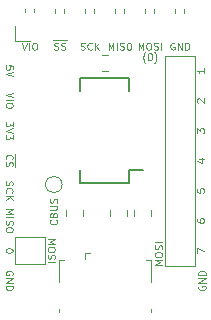
<source format=gbr>
G04 #@! TF.GenerationSoftware,KiCad,Pcbnew,(5.1.4)-1*
G04 #@! TF.CreationDate,2020-11-09T21:53:22-05:00*
G04 #@! TF.ProjectId,ft221x,66743232-3178-42e6-9b69-6361645f7063,2020-02*
G04 #@! TF.SameCoordinates,Original*
G04 #@! TF.FileFunction,Legend,Top*
G04 #@! TF.FilePolarity,Positive*
%FSLAX46Y46*%
G04 Gerber Fmt 4.6, Leading zero omitted, Abs format (unit mm)*
G04 Created by KiCad (PCBNEW (5.1.4)-1) date 2020-11-09 21:53:22*
%MOMM*%
%LPD*%
G04 APERTURE LIST*
%ADD10C,0.100000*%
%ADD11C,0.120000*%
%ADD12C,0.150000*%
%ADD13O,1.802000X1.802000*%
%ADD14R,1.802000X1.802000*%
%ADD15C,1.102000*%
%ADD16C,1.077000*%
%ADD17R,1.302000X0.502000*%
%ADD18R,1.302000X2.002000*%
%ADD19O,1.302000X2.002000*%
%ADD20R,1.602000X2.002000*%
%ADD21C,1.552000*%
%ADD22R,0.502000X1.452000*%
G04 APERTURE END LIST*
D10*
X35102857Y-29418000D02*
X35045714Y-29389428D01*
X34960000Y-29389428D01*
X34874285Y-29418000D01*
X34817142Y-29475142D01*
X34788571Y-29532285D01*
X34760000Y-29646571D01*
X34760000Y-29732285D01*
X34788571Y-29846571D01*
X34817142Y-29903714D01*
X34874285Y-29960857D01*
X34960000Y-29989428D01*
X35017142Y-29989428D01*
X35102857Y-29960857D01*
X35131428Y-29932285D01*
X35131428Y-29732285D01*
X35017142Y-29732285D01*
X35388571Y-29989428D02*
X35388571Y-29389428D01*
X35731428Y-29989428D01*
X35731428Y-29389428D01*
X36017142Y-29989428D02*
X36017142Y-29389428D01*
X36160000Y-29389428D01*
X36245714Y-29418000D01*
X36302857Y-29475142D01*
X36331428Y-29532285D01*
X36360000Y-29646571D01*
X36360000Y-29732285D01*
X36331428Y-29846571D01*
X36302857Y-29903714D01*
X36245714Y-29960857D01*
X36160000Y-29989428D01*
X36017142Y-29989428D01*
X32648571Y-31107000D02*
X32620000Y-31078428D01*
X32562857Y-30992714D01*
X32534285Y-30935571D01*
X32505714Y-30849857D01*
X32477142Y-30707000D01*
X32477142Y-30592714D01*
X32505714Y-30449857D01*
X32534285Y-30364142D01*
X32562857Y-30307000D01*
X32620000Y-30221285D01*
X32648571Y-30192714D01*
X32991428Y-30278428D02*
X33048571Y-30278428D01*
X33105714Y-30307000D01*
X33134285Y-30335571D01*
X33162857Y-30392714D01*
X33191428Y-30507000D01*
X33191428Y-30649857D01*
X33162857Y-30764142D01*
X33134285Y-30821285D01*
X33105714Y-30849857D01*
X33048571Y-30878428D01*
X32991428Y-30878428D01*
X32934285Y-30849857D01*
X32905714Y-30821285D01*
X32877142Y-30764142D01*
X32848571Y-30649857D01*
X32848571Y-30507000D01*
X32877142Y-30392714D01*
X32905714Y-30335571D01*
X32934285Y-30307000D01*
X32991428Y-30278428D01*
X33391428Y-31107000D02*
X33420000Y-31078428D01*
X33477142Y-30992714D01*
X33505714Y-30935571D01*
X33534285Y-30849857D01*
X33562857Y-30707000D01*
X33562857Y-30592714D01*
X33534285Y-30449857D01*
X33505714Y-30364142D01*
X33477142Y-30307000D01*
X33420000Y-30221285D01*
X33391428Y-30192714D01*
X21410571Y-46961428D02*
X21410571Y-47018571D01*
X21382000Y-47075714D01*
X21353428Y-47104285D01*
X21296285Y-47132857D01*
X21182000Y-47161428D01*
X21039142Y-47161428D01*
X20924857Y-47132857D01*
X20867714Y-47104285D01*
X20839142Y-47075714D01*
X20810571Y-47018571D01*
X20810571Y-46961428D01*
X20839142Y-46904285D01*
X20867714Y-46875714D01*
X20924857Y-46847142D01*
X21039142Y-46818571D01*
X21182000Y-46818571D01*
X21296285Y-46847142D01*
X21353428Y-46875714D01*
X21382000Y-46904285D01*
X21410571Y-46961428D01*
D11*
X21590000Y-48133000D02*
X21590000Y-45847000D01*
X24130000Y-48133000D02*
X21590000Y-48133000D01*
X24130000Y-45847000D02*
X24130000Y-48133000D01*
X21590000Y-45847000D02*
X24130000Y-45847000D01*
D10*
X32077142Y-29989428D02*
X32077142Y-29389428D01*
X32277142Y-29818000D01*
X32477142Y-29389428D01*
X32477142Y-29989428D01*
X32877142Y-29389428D02*
X32991428Y-29389428D01*
X33048571Y-29418000D01*
X33105714Y-29475142D01*
X33134285Y-29589428D01*
X33134285Y-29789428D01*
X33105714Y-29903714D01*
X33048571Y-29960857D01*
X32991428Y-29989428D01*
X32877142Y-29989428D01*
X32820000Y-29960857D01*
X32762857Y-29903714D01*
X32734285Y-29789428D01*
X32734285Y-29589428D01*
X32762857Y-29475142D01*
X32820000Y-29418000D01*
X32877142Y-29389428D01*
X33362857Y-29960857D02*
X33448571Y-29989428D01*
X33591428Y-29989428D01*
X33648571Y-29960857D01*
X33677142Y-29932285D01*
X33705714Y-29875142D01*
X33705714Y-29818000D01*
X33677142Y-29760857D01*
X33648571Y-29732285D01*
X33591428Y-29703714D01*
X33477142Y-29675142D01*
X33420000Y-29646571D01*
X33391428Y-29618000D01*
X33362857Y-29560857D01*
X33362857Y-29503714D01*
X33391428Y-29446571D01*
X33420000Y-29418000D01*
X33477142Y-29389428D01*
X33620000Y-29389428D01*
X33705714Y-29418000D01*
X33962857Y-29989428D02*
X33962857Y-29389428D01*
X29537142Y-29989428D02*
X29537142Y-29389428D01*
X29737142Y-29818000D01*
X29937142Y-29389428D01*
X29937142Y-29989428D01*
X30222857Y-29989428D02*
X30222857Y-29389428D01*
X30480000Y-29960857D02*
X30565714Y-29989428D01*
X30708571Y-29989428D01*
X30765714Y-29960857D01*
X30794285Y-29932285D01*
X30822857Y-29875142D01*
X30822857Y-29818000D01*
X30794285Y-29760857D01*
X30765714Y-29732285D01*
X30708571Y-29703714D01*
X30594285Y-29675142D01*
X30537142Y-29646571D01*
X30508571Y-29618000D01*
X30480000Y-29560857D01*
X30480000Y-29503714D01*
X30508571Y-29446571D01*
X30537142Y-29418000D01*
X30594285Y-29389428D01*
X30737142Y-29389428D01*
X30822857Y-29418000D01*
X31194285Y-29389428D02*
X31308571Y-29389428D01*
X31365714Y-29418000D01*
X31422857Y-29475142D01*
X31451428Y-29589428D01*
X31451428Y-29789428D01*
X31422857Y-29903714D01*
X31365714Y-29960857D01*
X31308571Y-29989428D01*
X31194285Y-29989428D01*
X31137142Y-29960857D01*
X31080000Y-29903714D01*
X31051428Y-29789428D01*
X31051428Y-29589428D01*
X31080000Y-29475142D01*
X31137142Y-29418000D01*
X31194285Y-29389428D01*
X27168571Y-29960857D02*
X27254285Y-29989428D01*
X27397142Y-29989428D01*
X27454285Y-29960857D01*
X27482857Y-29932285D01*
X27511428Y-29875142D01*
X27511428Y-29818000D01*
X27482857Y-29760857D01*
X27454285Y-29732285D01*
X27397142Y-29703714D01*
X27282857Y-29675142D01*
X27225714Y-29646571D01*
X27197142Y-29618000D01*
X27168571Y-29560857D01*
X27168571Y-29503714D01*
X27197142Y-29446571D01*
X27225714Y-29418000D01*
X27282857Y-29389428D01*
X27425714Y-29389428D01*
X27511428Y-29418000D01*
X28111428Y-29932285D02*
X28082857Y-29960857D01*
X27997142Y-29989428D01*
X27940000Y-29989428D01*
X27854285Y-29960857D01*
X27797142Y-29903714D01*
X27768571Y-29846571D01*
X27740000Y-29732285D01*
X27740000Y-29646571D01*
X27768571Y-29532285D01*
X27797142Y-29475142D01*
X27854285Y-29418000D01*
X27940000Y-29389428D01*
X27997142Y-29389428D01*
X28082857Y-29418000D01*
X28111428Y-29446571D01*
X28368571Y-29989428D02*
X28368571Y-29389428D01*
X28711428Y-29989428D02*
X28454285Y-29646571D01*
X28711428Y-29389428D02*
X28368571Y-29732285D01*
X24828571Y-29156000D02*
X25400000Y-29156000D01*
X24942857Y-29960857D02*
X25028571Y-29989428D01*
X25171428Y-29989428D01*
X25228571Y-29960857D01*
X25257142Y-29932285D01*
X25285714Y-29875142D01*
X25285714Y-29818000D01*
X25257142Y-29760857D01*
X25228571Y-29732285D01*
X25171428Y-29703714D01*
X25057142Y-29675142D01*
X25000000Y-29646571D01*
X24971428Y-29618000D01*
X24942857Y-29560857D01*
X24942857Y-29503714D01*
X24971428Y-29446571D01*
X25000000Y-29418000D01*
X25057142Y-29389428D01*
X25200000Y-29389428D01*
X25285714Y-29418000D01*
X25400000Y-29156000D02*
X25971428Y-29156000D01*
X25514285Y-29960857D02*
X25600000Y-29989428D01*
X25742857Y-29989428D01*
X25800000Y-29960857D01*
X25828571Y-29932285D01*
X25857142Y-29875142D01*
X25857142Y-29818000D01*
X25828571Y-29760857D01*
X25800000Y-29732285D01*
X25742857Y-29703714D01*
X25628571Y-29675142D01*
X25571428Y-29646571D01*
X25542857Y-29618000D01*
X25514285Y-29560857D01*
X25514285Y-29503714D01*
X25542857Y-29446571D01*
X25571428Y-29418000D01*
X25628571Y-29389428D01*
X25771428Y-29389428D01*
X25857142Y-29418000D01*
X22202857Y-29389428D02*
X22402857Y-29989428D01*
X22602857Y-29389428D01*
X22802857Y-29989428D02*
X22802857Y-29389428D01*
X23202857Y-29389428D02*
X23317142Y-29389428D01*
X23374285Y-29418000D01*
X23431428Y-29475142D01*
X23460000Y-29589428D01*
X23460000Y-29789428D01*
X23431428Y-29903714D01*
X23374285Y-29960857D01*
X23317142Y-29989428D01*
X23202857Y-29989428D01*
X23145714Y-29960857D01*
X23088571Y-29903714D01*
X23060000Y-29789428D01*
X23060000Y-29589428D01*
X23088571Y-29475142D01*
X23145714Y-29418000D01*
X23202857Y-29389428D01*
X37165000Y-49987142D02*
X37136428Y-50044285D01*
X37136428Y-50130000D01*
X37165000Y-50215714D01*
X37222142Y-50272857D01*
X37279285Y-50301428D01*
X37393571Y-50330000D01*
X37479285Y-50330000D01*
X37593571Y-50301428D01*
X37650714Y-50272857D01*
X37707857Y-50215714D01*
X37736428Y-50130000D01*
X37736428Y-50072857D01*
X37707857Y-49987142D01*
X37679285Y-49958571D01*
X37479285Y-49958571D01*
X37479285Y-50072857D01*
X37736428Y-49701428D02*
X37136428Y-49701428D01*
X37736428Y-49358571D01*
X37136428Y-49358571D01*
X37736428Y-49072857D02*
X37136428Y-49072857D01*
X37136428Y-48930000D01*
X37165000Y-48844285D01*
X37222142Y-48787142D01*
X37279285Y-48758571D01*
X37393571Y-48730000D01*
X37479285Y-48730000D01*
X37593571Y-48758571D01*
X37650714Y-48787142D01*
X37707857Y-48844285D01*
X37736428Y-48930000D01*
X37736428Y-49072857D01*
X21382000Y-49072857D02*
X21410571Y-49015714D01*
X21410571Y-48930000D01*
X21382000Y-48844285D01*
X21324857Y-48787142D01*
X21267714Y-48758571D01*
X21153428Y-48730000D01*
X21067714Y-48730000D01*
X20953428Y-48758571D01*
X20896285Y-48787142D01*
X20839142Y-48844285D01*
X20810571Y-48930000D01*
X20810571Y-48987142D01*
X20839142Y-49072857D01*
X20867714Y-49101428D01*
X21067714Y-49101428D01*
X21067714Y-48987142D01*
X20810571Y-49358571D02*
X21410571Y-49358571D01*
X20810571Y-49701428D01*
X21410571Y-49701428D01*
X20810571Y-49987142D02*
X21410571Y-49987142D01*
X21410571Y-50130000D01*
X21382000Y-50215714D01*
X21324857Y-50272857D01*
X21267714Y-50301428D01*
X21153428Y-50330000D01*
X21067714Y-50330000D01*
X20953428Y-50301428D01*
X20896285Y-50272857D01*
X20839142Y-50215714D01*
X20810571Y-50130000D01*
X20810571Y-49987142D01*
X20810571Y-43507142D02*
X21410571Y-43507142D01*
X20982000Y-43707142D01*
X21410571Y-43907142D01*
X20810571Y-43907142D01*
X20810571Y-44192857D02*
X21410571Y-44192857D01*
X20839142Y-44450000D02*
X20810571Y-44535714D01*
X20810571Y-44678571D01*
X20839142Y-44735714D01*
X20867714Y-44764285D01*
X20924857Y-44792857D01*
X20982000Y-44792857D01*
X21039142Y-44764285D01*
X21067714Y-44735714D01*
X21096285Y-44678571D01*
X21124857Y-44564285D01*
X21153428Y-44507142D01*
X21182000Y-44478571D01*
X21239142Y-44450000D01*
X21296285Y-44450000D01*
X21353428Y-44478571D01*
X21382000Y-44507142D01*
X21410571Y-44564285D01*
X21410571Y-44707142D01*
X21382000Y-44792857D01*
X21410571Y-45164285D02*
X21410571Y-45278571D01*
X21382000Y-45335714D01*
X21324857Y-45392857D01*
X21210571Y-45421428D01*
X21010571Y-45421428D01*
X20896285Y-45392857D01*
X20839142Y-45335714D01*
X20810571Y-45278571D01*
X20810571Y-45164285D01*
X20839142Y-45107142D01*
X20896285Y-45050000D01*
X21010571Y-45021428D01*
X21210571Y-45021428D01*
X21324857Y-45050000D01*
X21382000Y-45107142D01*
X21410571Y-45164285D01*
X20839142Y-41138571D02*
X20810571Y-41224285D01*
X20810571Y-41367142D01*
X20839142Y-41424285D01*
X20867714Y-41452857D01*
X20924857Y-41481428D01*
X20982000Y-41481428D01*
X21039142Y-41452857D01*
X21067714Y-41424285D01*
X21096285Y-41367142D01*
X21124857Y-41252857D01*
X21153428Y-41195714D01*
X21182000Y-41167142D01*
X21239142Y-41138571D01*
X21296285Y-41138571D01*
X21353428Y-41167142D01*
X21382000Y-41195714D01*
X21410571Y-41252857D01*
X21410571Y-41395714D01*
X21382000Y-41481428D01*
X20867714Y-42081428D02*
X20839142Y-42052857D01*
X20810571Y-41967142D01*
X20810571Y-41910000D01*
X20839142Y-41824285D01*
X20896285Y-41767142D01*
X20953428Y-41738571D01*
X21067714Y-41710000D01*
X21153428Y-41710000D01*
X21267714Y-41738571D01*
X21324857Y-41767142D01*
X21382000Y-41824285D01*
X21410571Y-41910000D01*
X21410571Y-41967142D01*
X21382000Y-42052857D01*
X21353428Y-42081428D01*
X20810571Y-42338571D02*
X21410571Y-42338571D01*
X20810571Y-42681428D02*
X21153428Y-42424285D01*
X21410571Y-42681428D02*
X21067714Y-42338571D01*
X21644000Y-38784285D02*
X21644000Y-39384285D01*
X20867714Y-39270000D02*
X20839142Y-39241428D01*
X20810571Y-39155714D01*
X20810571Y-39098571D01*
X20839142Y-39012857D01*
X20896285Y-38955714D01*
X20953428Y-38927142D01*
X21067714Y-38898571D01*
X21153428Y-38898571D01*
X21267714Y-38927142D01*
X21324857Y-38955714D01*
X21382000Y-39012857D01*
X21410571Y-39098571D01*
X21410571Y-39155714D01*
X21382000Y-39241428D01*
X21353428Y-39270000D01*
X21644000Y-39384285D02*
X21644000Y-39955714D01*
X20839142Y-39498571D02*
X20810571Y-39584285D01*
X20810571Y-39727142D01*
X20839142Y-39784285D01*
X20867714Y-39812857D01*
X20924857Y-39841428D01*
X20982000Y-39841428D01*
X21039142Y-39812857D01*
X21067714Y-39784285D01*
X21096285Y-39727142D01*
X21124857Y-39612857D01*
X21153428Y-39555714D01*
X21182000Y-39527142D01*
X21239142Y-39498571D01*
X21296285Y-39498571D01*
X21353428Y-39527142D01*
X21382000Y-39555714D01*
X21410571Y-39612857D01*
X21410571Y-39755714D01*
X21382000Y-39841428D01*
X21410571Y-36087142D02*
X21410571Y-36458571D01*
X21182000Y-36258571D01*
X21182000Y-36344285D01*
X21153428Y-36401428D01*
X21124857Y-36430000D01*
X21067714Y-36458571D01*
X20924857Y-36458571D01*
X20867714Y-36430000D01*
X20839142Y-36401428D01*
X20810571Y-36344285D01*
X20810571Y-36172857D01*
X20839142Y-36115714D01*
X20867714Y-36087142D01*
X21410571Y-36630000D02*
X20810571Y-36830000D01*
X21410571Y-37030000D01*
X21410571Y-37172857D02*
X21410571Y-37544285D01*
X21182000Y-37344285D01*
X21182000Y-37430000D01*
X21153428Y-37487142D01*
X21124857Y-37515714D01*
X21067714Y-37544285D01*
X20924857Y-37544285D01*
X20867714Y-37515714D01*
X20839142Y-37487142D01*
X20810571Y-37430000D01*
X20810571Y-37258571D01*
X20839142Y-37201428D01*
X20867714Y-37172857D01*
X21410571Y-33632857D02*
X20810571Y-33832857D01*
X21410571Y-34032857D01*
X20810571Y-34232857D02*
X21410571Y-34232857D01*
X21410571Y-34632857D02*
X21410571Y-34747142D01*
X21382000Y-34804285D01*
X21324857Y-34861428D01*
X21210571Y-34890000D01*
X21010571Y-34890000D01*
X20896285Y-34861428D01*
X20839142Y-34804285D01*
X20810571Y-34747142D01*
X20810571Y-34632857D01*
X20839142Y-34575714D01*
X20896285Y-34518571D01*
X21010571Y-34490000D01*
X21210571Y-34490000D01*
X21324857Y-34518571D01*
X21382000Y-34575714D01*
X21410571Y-34632857D01*
X24366571Y-46047142D02*
X24966571Y-46047142D01*
X24538000Y-46247142D01*
X24966571Y-46447142D01*
X24366571Y-46447142D01*
X24966571Y-46847142D02*
X24966571Y-46961428D01*
X24938000Y-47018571D01*
X24880857Y-47075714D01*
X24766571Y-47104285D01*
X24566571Y-47104285D01*
X24452285Y-47075714D01*
X24395142Y-47018571D01*
X24366571Y-46961428D01*
X24366571Y-46847142D01*
X24395142Y-46790000D01*
X24452285Y-46732857D01*
X24566571Y-46704285D01*
X24766571Y-46704285D01*
X24880857Y-46732857D01*
X24938000Y-46790000D01*
X24966571Y-46847142D01*
X24395142Y-47332857D02*
X24366571Y-47418571D01*
X24366571Y-47561428D01*
X24395142Y-47618571D01*
X24423714Y-47647142D01*
X24480857Y-47675714D01*
X24538000Y-47675714D01*
X24595142Y-47647142D01*
X24623714Y-47618571D01*
X24652285Y-47561428D01*
X24680857Y-47447142D01*
X24709428Y-47390000D01*
X24738000Y-47361428D01*
X24795142Y-47332857D01*
X24852285Y-47332857D01*
X24909428Y-47361428D01*
X24938000Y-47390000D01*
X24966571Y-47447142D01*
X24966571Y-47590000D01*
X24938000Y-47675714D01*
X24366571Y-47932857D02*
X24966571Y-47932857D01*
D11*
X34290000Y-30480000D02*
X34290000Y-48260000D01*
X36830000Y-30480000D02*
X34290000Y-30480000D01*
X36830000Y-48260000D02*
X36830000Y-30480000D01*
X34290000Y-48260000D02*
X36830000Y-48260000D01*
D10*
X37009428Y-47190000D02*
X37009428Y-46790000D01*
X37609428Y-47047142D01*
X37009428Y-44335714D02*
X37009428Y-44450000D01*
X37038000Y-44507142D01*
X37066571Y-44535714D01*
X37152285Y-44592857D01*
X37266571Y-44621428D01*
X37495142Y-44621428D01*
X37552285Y-44592857D01*
X37580857Y-44564285D01*
X37609428Y-44507142D01*
X37609428Y-44392857D01*
X37580857Y-44335714D01*
X37552285Y-44307142D01*
X37495142Y-44278571D01*
X37352285Y-44278571D01*
X37295142Y-44307142D01*
X37266571Y-44335714D01*
X37238000Y-44392857D01*
X37238000Y-44507142D01*
X37266571Y-44564285D01*
X37295142Y-44592857D01*
X37352285Y-44621428D01*
X37009428Y-41767142D02*
X37009428Y-42052857D01*
X37295142Y-42081428D01*
X37266571Y-42052857D01*
X37238000Y-41995714D01*
X37238000Y-41852857D01*
X37266571Y-41795714D01*
X37295142Y-41767142D01*
X37352285Y-41738571D01*
X37495142Y-41738571D01*
X37552285Y-41767142D01*
X37580857Y-41795714D01*
X37609428Y-41852857D01*
X37609428Y-41995714D01*
X37580857Y-42052857D01*
X37552285Y-42081428D01*
X37209428Y-39255714D02*
X37609428Y-39255714D01*
X36980857Y-39398571D02*
X37409428Y-39541428D01*
X37409428Y-39170000D01*
X37009428Y-37030000D02*
X37009428Y-36658571D01*
X37238000Y-36858571D01*
X37238000Y-36772857D01*
X37266571Y-36715714D01*
X37295142Y-36687142D01*
X37352285Y-36658571D01*
X37495142Y-36658571D01*
X37552285Y-36687142D01*
X37580857Y-36715714D01*
X37609428Y-36772857D01*
X37609428Y-36944285D01*
X37580857Y-37001428D01*
X37552285Y-37030000D01*
X37066571Y-34461428D02*
X37038000Y-34432857D01*
X37009428Y-34375714D01*
X37009428Y-34232857D01*
X37038000Y-34175714D01*
X37066571Y-34147142D01*
X37123714Y-34118571D01*
X37180857Y-34118571D01*
X37266571Y-34147142D01*
X37609428Y-34490000D01*
X37609428Y-34118571D01*
X37609428Y-31578571D02*
X37609428Y-31921428D01*
X37609428Y-31750000D02*
X37009428Y-31750000D01*
X37095142Y-31807142D01*
X37152285Y-31864285D01*
X37180857Y-31921428D01*
X21410571Y-31635714D02*
X21410571Y-31350000D01*
X21124857Y-31321428D01*
X21153428Y-31350000D01*
X21182000Y-31407142D01*
X21182000Y-31550000D01*
X21153428Y-31607142D01*
X21124857Y-31635714D01*
X21067714Y-31664285D01*
X20924857Y-31664285D01*
X20867714Y-31635714D01*
X20839142Y-31607142D01*
X20810571Y-31550000D01*
X20810571Y-31407142D01*
X20839142Y-31350000D01*
X20867714Y-31321428D01*
X21410571Y-31835714D02*
X20810571Y-32035714D01*
X21410571Y-32235714D01*
X34053428Y-48186857D02*
X33453428Y-48186857D01*
X33882000Y-47986857D01*
X33453428Y-47786857D01*
X34053428Y-47786857D01*
X33453428Y-47386857D02*
X33453428Y-47272571D01*
X33482000Y-47215428D01*
X33539142Y-47158285D01*
X33653428Y-47129714D01*
X33853428Y-47129714D01*
X33967714Y-47158285D01*
X34024857Y-47215428D01*
X34053428Y-47272571D01*
X34053428Y-47386857D01*
X34024857Y-47444000D01*
X33967714Y-47501142D01*
X33853428Y-47529714D01*
X33653428Y-47529714D01*
X33539142Y-47501142D01*
X33482000Y-47444000D01*
X33453428Y-47386857D01*
X34024857Y-46901142D02*
X34053428Y-46815428D01*
X34053428Y-46672571D01*
X34024857Y-46615428D01*
X33996285Y-46586857D01*
X33939142Y-46558285D01*
X33882000Y-46558285D01*
X33824857Y-46586857D01*
X33796285Y-46615428D01*
X33767714Y-46672571D01*
X33739142Y-46786857D01*
X33710571Y-46844000D01*
X33682000Y-46872571D01*
X33624857Y-46901142D01*
X33567714Y-46901142D01*
X33510571Y-46872571D01*
X33482000Y-46844000D01*
X33453428Y-46786857D01*
X33453428Y-46644000D01*
X33482000Y-46558285D01*
X34053428Y-46301142D02*
X33453428Y-46301142D01*
D11*
X21590000Y-29210000D02*
X21590000Y-27940000D01*
X22860000Y-29210000D02*
X21590000Y-29210000D01*
X35940000Y-26897071D02*
X35940000Y-26500000D01*
X35180000Y-26897071D02*
X35180000Y-26500000D01*
X33400000Y-26897071D02*
X33400000Y-26500000D01*
X32640000Y-26897071D02*
X32640000Y-26500000D01*
X30860000Y-26897071D02*
X30860000Y-26500000D01*
X30100000Y-26897071D02*
X30100000Y-26500000D01*
X28320000Y-26897071D02*
X28320000Y-26500000D01*
X27560000Y-26897071D02*
X27560000Y-26500000D01*
X25780000Y-26897071D02*
X25780000Y-26500000D01*
X25020000Y-26897071D02*
X25020000Y-26500000D01*
X23240000Y-26830000D02*
X23240000Y-26500000D01*
X22480000Y-26830000D02*
X22480000Y-26500000D01*
X25592000Y-41402000D02*
G75*
G03X25592000Y-41402000I-700000J0D01*
G01*
X31063000Y-44073578D02*
X31063000Y-43556422D01*
X29643000Y-44073578D02*
X29643000Y-43556422D01*
D12*
X31285000Y-40195000D02*
X32410000Y-40195000D01*
X31285000Y-32355000D02*
X27135000Y-32355000D01*
X31285000Y-41305000D02*
X27135000Y-41305000D01*
X31285000Y-32355000D02*
X31285000Y-33465000D01*
X27135000Y-32355000D02*
X27135000Y-33465000D01*
X27135000Y-41305000D02*
X27135000Y-40195000D01*
X31285000Y-40195000D02*
X31285000Y-41305000D01*
D11*
X27510000Y-47217500D02*
X27510000Y-47667500D01*
X27510000Y-47217500D02*
X27960000Y-47217500D01*
X33110000Y-47767500D02*
X32660000Y-47767500D01*
X33110000Y-49617500D02*
X33110000Y-47767500D01*
X25310000Y-52167500D02*
X25310000Y-51917500D01*
X33110000Y-52167500D02*
X33110000Y-51917500D01*
X25310000Y-49617500D02*
X25310000Y-47767500D01*
X25310000Y-47767500D02*
X25760000Y-47767500D01*
X28951422Y-31825000D02*
X29468578Y-31825000D01*
X28951422Y-30405000D02*
X29468578Y-30405000D01*
X27380000Y-44073578D02*
X27380000Y-43556422D01*
X25960000Y-44073578D02*
X25960000Y-43556422D01*
X31675000Y-43556422D02*
X31675000Y-44073578D01*
X33095000Y-43556422D02*
X33095000Y-44073578D01*
D10*
X25106285Y-44402285D02*
X25134857Y-44430857D01*
X25163428Y-44516571D01*
X25163428Y-44573714D01*
X25134857Y-44659428D01*
X25077714Y-44716571D01*
X25020571Y-44745142D01*
X24906285Y-44773714D01*
X24820571Y-44773714D01*
X24706285Y-44745142D01*
X24649142Y-44716571D01*
X24592000Y-44659428D01*
X24563428Y-44573714D01*
X24563428Y-44516571D01*
X24592000Y-44430857D01*
X24620571Y-44402285D01*
X24849142Y-43945142D02*
X24877714Y-43859428D01*
X24906285Y-43830857D01*
X24963428Y-43802285D01*
X25049142Y-43802285D01*
X25106285Y-43830857D01*
X25134857Y-43859428D01*
X25163428Y-43916571D01*
X25163428Y-44145142D01*
X24563428Y-44145142D01*
X24563428Y-43945142D01*
X24592000Y-43888000D01*
X24620571Y-43859428D01*
X24677714Y-43830857D01*
X24734857Y-43830857D01*
X24792000Y-43859428D01*
X24820571Y-43888000D01*
X24849142Y-43945142D01*
X24849142Y-44145142D01*
X24563428Y-43545142D02*
X25049142Y-43545142D01*
X25106285Y-43516571D01*
X25134857Y-43488000D01*
X25163428Y-43430857D01*
X25163428Y-43316571D01*
X25134857Y-43259428D01*
X25106285Y-43230857D01*
X25049142Y-43202285D01*
X24563428Y-43202285D01*
X25134857Y-42945142D02*
X25163428Y-42859428D01*
X25163428Y-42716571D01*
X25134857Y-42659428D01*
X25106285Y-42630857D01*
X25049142Y-42602285D01*
X24992000Y-42602285D01*
X24934857Y-42630857D01*
X24906285Y-42659428D01*
X24877714Y-42716571D01*
X24849142Y-42830857D01*
X24820571Y-42888000D01*
X24792000Y-42916571D01*
X24734857Y-42945142D01*
X24677714Y-42945142D01*
X24620571Y-42916571D01*
X24592000Y-42888000D01*
X24563428Y-42830857D01*
X24563428Y-42688000D01*
X24592000Y-42602285D01*
%LPC*%
D13*
X35560000Y-27940000D03*
X33020000Y-27940000D03*
X30480000Y-27940000D03*
X27940000Y-27940000D03*
X25400000Y-27940000D03*
D14*
X22860000Y-27940000D03*
D15*
X24892000Y-41402000D03*
D10*
G36*
X30861141Y-42340297D02*
G01*
X30887278Y-42344174D01*
X30912909Y-42350594D01*
X30937788Y-42359495D01*
X30961674Y-42370793D01*
X30984337Y-42384377D01*
X31005560Y-42400117D01*
X31025139Y-42417861D01*
X31042883Y-42437440D01*
X31058623Y-42458663D01*
X31072207Y-42481326D01*
X31083505Y-42505212D01*
X31092406Y-42530091D01*
X31098826Y-42555722D01*
X31102703Y-42581859D01*
X31104000Y-42608250D01*
X31104000Y-43146750D01*
X31102703Y-43173141D01*
X31098826Y-43199278D01*
X31092406Y-43224909D01*
X31083505Y-43249788D01*
X31072207Y-43273674D01*
X31058623Y-43296337D01*
X31042883Y-43317560D01*
X31025139Y-43337139D01*
X31005560Y-43354883D01*
X30984337Y-43370623D01*
X30961674Y-43384207D01*
X30937788Y-43395505D01*
X30912909Y-43404406D01*
X30887278Y-43410826D01*
X30861141Y-43414703D01*
X30834750Y-43416000D01*
X29871250Y-43416000D01*
X29844859Y-43414703D01*
X29818722Y-43410826D01*
X29793091Y-43404406D01*
X29768212Y-43395505D01*
X29744326Y-43384207D01*
X29721663Y-43370623D01*
X29700440Y-43354883D01*
X29680861Y-43337139D01*
X29663117Y-43317560D01*
X29647377Y-43296337D01*
X29633793Y-43273674D01*
X29622495Y-43249788D01*
X29613594Y-43224909D01*
X29607174Y-43199278D01*
X29603297Y-43173141D01*
X29602000Y-43146750D01*
X29602000Y-42608250D01*
X29603297Y-42581859D01*
X29607174Y-42555722D01*
X29613594Y-42530091D01*
X29622495Y-42505212D01*
X29633793Y-42481326D01*
X29647377Y-42458663D01*
X29663117Y-42437440D01*
X29680861Y-42417861D01*
X29700440Y-42400117D01*
X29721663Y-42384377D01*
X29744326Y-42370793D01*
X29768212Y-42359495D01*
X29793091Y-42350594D01*
X29818722Y-42344174D01*
X29844859Y-42340297D01*
X29871250Y-42339000D01*
X30834750Y-42339000D01*
X30861141Y-42340297D01*
X30861141Y-42340297D01*
G37*
D16*
X30353000Y-42877500D03*
D10*
G36*
X30861141Y-44215297D02*
G01*
X30887278Y-44219174D01*
X30912909Y-44225594D01*
X30937788Y-44234495D01*
X30961674Y-44245793D01*
X30984337Y-44259377D01*
X31005560Y-44275117D01*
X31025139Y-44292861D01*
X31042883Y-44312440D01*
X31058623Y-44333663D01*
X31072207Y-44356326D01*
X31083505Y-44380212D01*
X31092406Y-44405091D01*
X31098826Y-44430722D01*
X31102703Y-44456859D01*
X31104000Y-44483250D01*
X31104000Y-45021750D01*
X31102703Y-45048141D01*
X31098826Y-45074278D01*
X31092406Y-45099909D01*
X31083505Y-45124788D01*
X31072207Y-45148674D01*
X31058623Y-45171337D01*
X31042883Y-45192560D01*
X31025139Y-45212139D01*
X31005560Y-45229883D01*
X30984337Y-45245623D01*
X30961674Y-45259207D01*
X30937788Y-45270505D01*
X30912909Y-45279406D01*
X30887278Y-45285826D01*
X30861141Y-45289703D01*
X30834750Y-45291000D01*
X29871250Y-45291000D01*
X29844859Y-45289703D01*
X29818722Y-45285826D01*
X29793091Y-45279406D01*
X29768212Y-45270505D01*
X29744326Y-45259207D01*
X29721663Y-45245623D01*
X29700440Y-45229883D01*
X29680861Y-45212139D01*
X29663117Y-45192560D01*
X29647377Y-45171337D01*
X29633793Y-45148674D01*
X29622495Y-45124788D01*
X29613594Y-45099909D01*
X29607174Y-45074278D01*
X29603297Y-45048141D01*
X29602000Y-45021750D01*
X29602000Y-44483250D01*
X29603297Y-44456859D01*
X29607174Y-44430722D01*
X29613594Y-44405091D01*
X29622495Y-44380212D01*
X29633793Y-44356326D01*
X29647377Y-44333663D01*
X29663117Y-44312440D01*
X29680861Y-44292861D01*
X29700440Y-44275117D01*
X29721663Y-44259377D01*
X29744326Y-44245793D01*
X29768212Y-44234495D01*
X29793091Y-44225594D01*
X29818722Y-44219174D01*
X29844859Y-44215297D01*
X29871250Y-44214000D01*
X30834750Y-44214000D01*
X30861141Y-44215297D01*
X30861141Y-44215297D01*
G37*
D16*
X30353000Y-44752500D03*
D17*
X26610000Y-39687500D03*
X26610000Y-39052500D03*
X26610000Y-38417500D03*
X26610000Y-37782500D03*
X26610000Y-37147500D03*
X26610000Y-36512500D03*
X26610000Y-35877500D03*
X26610000Y-35242500D03*
X26610000Y-34607500D03*
X26610000Y-33972500D03*
X31810000Y-33972500D03*
X31810000Y-34607500D03*
X31810000Y-35242500D03*
X31810000Y-35877500D03*
X31810000Y-36512500D03*
X31810000Y-37147500D03*
X31810000Y-37782500D03*
X31810000Y-38417500D03*
X31810000Y-39052500D03*
X31810000Y-39687500D03*
D13*
X35560000Y-49530000D03*
X35560000Y-46990000D03*
X35560000Y-44450000D03*
X35560000Y-41910000D03*
X35560000Y-39370000D03*
X35560000Y-36830000D03*
X35560000Y-34290000D03*
D14*
X35560000Y-31750000D03*
D13*
X22860000Y-49530000D03*
X22860000Y-46990000D03*
X22860000Y-44450000D03*
X22860000Y-41910000D03*
X22860000Y-39370000D03*
X22860000Y-36830000D03*
X22860000Y-34290000D03*
D14*
X22860000Y-31750000D03*
D18*
X26310000Y-50767500D03*
X32110000Y-50767500D03*
D19*
X32710000Y-50767500D03*
X25710000Y-50767500D03*
D20*
X28210000Y-50767500D03*
D21*
X31710000Y-48067500D03*
D22*
X29210000Y-48067500D03*
X29860000Y-48067500D03*
X30510000Y-48067500D03*
X27910000Y-48067500D03*
X28560000Y-48067500D03*
D21*
X26710000Y-48067500D03*
D20*
X30210000Y-50767500D03*
D10*
G36*
X30443141Y-30365297D02*
G01*
X30469278Y-30369174D01*
X30494909Y-30375594D01*
X30519788Y-30384495D01*
X30543674Y-30395793D01*
X30566337Y-30409377D01*
X30587560Y-30425117D01*
X30607139Y-30442861D01*
X30624883Y-30462440D01*
X30640623Y-30483663D01*
X30654207Y-30506326D01*
X30665505Y-30530212D01*
X30674406Y-30555091D01*
X30680826Y-30580722D01*
X30684703Y-30606859D01*
X30686000Y-30633250D01*
X30686000Y-31596750D01*
X30684703Y-31623141D01*
X30680826Y-31649278D01*
X30674406Y-31674909D01*
X30665505Y-31699788D01*
X30654207Y-31723674D01*
X30640623Y-31746337D01*
X30624883Y-31767560D01*
X30607139Y-31787139D01*
X30587560Y-31804883D01*
X30566337Y-31820623D01*
X30543674Y-31834207D01*
X30519788Y-31845505D01*
X30494909Y-31854406D01*
X30469278Y-31860826D01*
X30443141Y-31864703D01*
X30416750Y-31866000D01*
X29878250Y-31866000D01*
X29851859Y-31864703D01*
X29825722Y-31860826D01*
X29800091Y-31854406D01*
X29775212Y-31845505D01*
X29751326Y-31834207D01*
X29728663Y-31820623D01*
X29707440Y-31804883D01*
X29687861Y-31787139D01*
X29670117Y-31767560D01*
X29654377Y-31746337D01*
X29640793Y-31723674D01*
X29629495Y-31699788D01*
X29620594Y-31674909D01*
X29614174Y-31649278D01*
X29610297Y-31623141D01*
X29609000Y-31596750D01*
X29609000Y-30633250D01*
X29610297Y-30606859D01*
X29614174Y-30580722D01*
X29620594Y-30555091D01*
X29629495Y-30530212D01*
X29640793Y-30506326D01*
X29654377Y-30483663D01*
X29670117Y-30462440D01*
X29687861Y-30442861D01*
X29707440Y-30425117D01*
X29728663Y-30409377D01*
X29751326Y-30395793D01*
X29775212Y-30384495D01*
X29800091Y-30375594D01*
X29825722Y-30369174D01*
X29851859Y-30365297D01*
X29878250Y-30364000D01*
X30416750Y-30364000D01*
X30443141Y-30365297D01*
X30443141Y-30365297D01*
G37*
D16*
X30147500Y-31115000D03*
D10*
G36*
X28568141Y-30365297D02*
G01*
X28594278Y-30369174D01*
X28619909Y-30375594D01*
X28644788Y-30384495D01*
X28668674Y-30395793D01*
X28691337Y-30409377D01*
X28712560Y-30425117D01*
X28732139Y-30442861D01*
X28749883Y-30462440D01*
X28765623Y-30483663D01*
X28779207Y-30506326D01*
X28790505Y-30530212D01*
X28799406Y-30555091D01*
X28805826Y-30580722D01*
X28809703Y-30606859D01*
X28811000Y-30633250D01*
X28811000Y-31596750D01*
X28809703Y-31623141D01*
X28805826Y-31649278D01*
X28799406Y-31674909D01*
X28790505Y-31699788D01*
X28779207Y-31723674D01*
X28765623Y-31746337D01*
X28749883Y-31767560D01*
X28732139Y-31787139D01*
X28712560Y-31804883D01*
X28691337Y-31820623D01*
X28668674Y-31834207D01*
X28644788Y-31845505D01*
X28619909Y-31854406D01*
X28594278Y-31860826D01*
X28568141Y-31864703D01*
X28541750Y-31866000D01*
X28003250Y-31866000D01*
X27976859Y-31864703D01*
X27950722Y-31860826D01*
X27925091Y-31854406D01*
X27900212Y-31845505D01*
X27876326Y-31834207D01*
X27853663Y-31820623D01*
X27832440Y-31804883D01*
X27812861Y-31787139D01*
X27795117Y-31767560D01*
X27779377Y-31746337D01*
X27765793Y-31723674D01*
X27754495Y-31699788D01*
X27745594Y-31674909D01*
X27739174Y-31649278D01*
X27735297Y-31623141D01*
X27734000Y-31596750D01*
X27734000Y-30633250D01*
X27735297Y-30606859D01*
X27739174Y-30580722D01*
X27745594Y-30555091D01*
X27754495Y-30530212D01*
X27765793Y-30506326D01*
X27779377Y-30483663D01*
X27795117Y-30462440D01*
X27812861Y-30442861D01*
X27832440Y-30425117D01*
X27853663Y-30409377D01*
X27876326Y-30395793D01*
X27900212Y-30384495D01*
X27925091Y-30375594D01*
X27950722Y-30369174D01*
X27976859Y-30365297D01*
X28003250Y-30364000D01*
X28541750Y-30364000D01*
X28568141Y-30365297D01*
X28568141Y-30365297D01*
G37*
D16*
X28272500Y-31115000D03*
D10*
G36*
X27178141Y-42340297D02*
G01*
X27204278Y-42344174D01*
X27229909Y-42350594D01*
X27254788Y-42359495D01*
X27278674Y-42370793D01*
X27301337Y-42384377D01*
X27322560Y-42400117D01*
X27342139Y-42417861D01*
X27359883Y-42437440D01*
X27375623Y-42458663D01*
X27389207Y-42481326D01*
X27400505Y-42505212D01*
X27409406Y-42530091D01*
X27415826Y-42555722D01*
X27419703Y-42581859D01*
X27421000Y-42608250D01*
X27421000Y-43146750D01*
X27419703Y-43173141D01*
X27415826Y-43199278D01*
X27409406Y-43224909D01*
X27400505Y-43249788D01*
X27389207Y-43273674D01*
X27375623Y-43296337D01*
X27359883Y-43317560D01*
X27342139Y-43337139D01*
X27322560Y-43354883D01*
X27301337Y-43370623D01*
X27278674Y-43384207D01*
X27254788Y-43395505D01*
X27229909Y-43404406D01*
X27204278Y-43410826D01*
X27178141Y-43414703D01*
X27151750Y-43416000D01*
X26188250Y-43416000D01*
X26161859Y-43414703D01*
X26135722Y-43410826D01*
X26110091Y-43404406D01*
X26085212Y-43395505D01*
X26061326Y-43384207D01*
X26038663Y-43370623D01*
X26017440Y-43354883D01*
X25997861Y-43337139D01*
X25980117Y-43317560D01*
X25964377Y-43296337D01*
X25950793Y-43273674D01*
X25939495Y-43249788D01*
X25930594Y-43224909D01*
X25924174Y-43199278D01*
X25920297Y-43173141D01*
X25919000Y-43146750D01*
X25919000Y-42608250D01*
X25920297Y-42581859D01*
X25924174Y-42555722D01*
X25930594Y-42530091D01*
X25939495Y-42505212D01*
X25950793Y-42481326D01*
X25964377Y-42458663D01*
X25980117Y-42437440D01*
X25997861Y-42417861D01*
X26017440Y-42400117D01*
X26038663Y-42384377D01*
X26061326Y-42370793D01*
X26085212Y-42359495D01*
X26110091Y-42350594D01*
X26135722Y-42344174D01*
X26161859Y-42340297D01*
X26188250Y-42339000D01*
X27151750Y-42339000D01*
X27178141Y-42340297D01*
X27178141Y-42340297D01*
G37*
D16*
X26670000Y-42877500D03*
D10*
G36*
X27178141Y-44215297D02*
G01*
X27204278Y-44219174D01*
X27229909Y-44225594D01*
X27254788Y-44234495D01*
X27278674Y-44245793D01*
X27301337Y-44259377D01*
X27322560Y-44275117D01*
X27342139Y-44292861D01*
X27359883Y-44312440D01*
X27375623Y-44333663D01*
X27389207Y-44356326D01*
X27400505Y-44380212D01*
X27409406Y-44405091D01*
X27415826Y-44430722D01*
X27419703Y-44456859D01*
X27421000Y-44483250D01*
X27421000Y-45021750D01*
X27419703Y-45048141D01*
X27415826Y-45074278D01*
X27409406Y-45099909D01*
X27400505Y-45124788D01*
X27389207Y-45148674D01*
X27375623Y-45171337D01*
X27359883Y-45192560D01*
X27342139Y-45212139D01*
X27322560Y-45229883D01*
X27301337Y-45245623D01*
X27278674Y-45259207D01*
X27254788Y-45270505D01*
X27229909Y-45279406D01*
X27204278Y-45285826D01*
X27178141Y-45289703D01*
X27151750Y-45291000D01*
X26188250Y-45291000D01*
X26161859Y-45289703D01*
X26135722Y-45285826D01*
X26110091Y-45279406D01*
X26085212Y-45270505D01*
X26061326Y-45259207D01*
X26038663Y-45245623D01*
X26017440Y-45229883D01*
X25997861Y-45212139D01*
X25980117Y-45192560D01*
X25964377Y-45171337D01*
X25950793Y-45148674D01*
X25939495Y-45124788D01*
X25930594Y-45099909D01*
X25924174Y-45074278D01*
X25920297Y-45048141D01*
X25919000Y-45021750D01*
X25919000Y-44483250D01*
X25920297Y-44456859D01*
X25924174Y-44430722D01*
X25930594Y-44405091D01*
X25939495Y-44380212D01*
X25950793Y-44356326D01*
X25964377Y-44333663D01*
X25980117Y-44312440D01*
X25997861Y-44292861D01*
X26017440Y-44275117D01*
X26038663Y-44259377D01*
X26061326Y-44245793D01*
X26085212Y-44234495D01*
X26110091Y-44225594D01*
X26135722Y-44219174D01*
X26161859Y-44215297D01*
X26188250Y-44214000D01*
X27151750Y-44214000D01*
X27178141Y-44215297D01*
X27178141Y-44215297D01*
G37*
D16*
X26670000Y-44752500D03*
D10*
G36*
X32893141Y-44215297D02*
G01*
X32919278Y-44219174D01*
X32944909Y-44225594D01*
X32969788Y-44234495D01*
X32993674Y-44245793D01*
X33016337Y-44259377D01*
X33037560Y-44275117D01*
X33057139Y-44292861D01*
X33074883Y-44312440D01*
X33090623Y-44333663D01*
X33104207Y-44356326D01*
X33115505Y-44380212D01*
X33124406Y-44405091D01*
X33130826Y-44430722D01*
X33134703Y-44456859D01*
X33136000Y-44483250D01*
X33136000Y-45021750D01*
X33134703Y-45048141D01*
X33130826Y-45074278D01*
X33124406Y-45099909D01*
X33115505Y-45124788D01*
X33104207Y-45148674D01*
X33090623Y-45171337D01*
X33074883Y-45192560D01*
X33057139Y-45212139D01*
X33037560Y-45229883D01*
X33016337Y-45245623D01*
X32993674Y-45259207D01*
X32969788Y-45270505D01*
X32944909Y-45279406D01*
X32919278Y-45285826D01*
X32893141Y-45289703D01*
X32866750Y-45291000D01*
X31903250Y-45291000D01*
X31876859Y-45289703D01*
X31850722Y-45285826D01*
X31825091Y-45279406D01*
X31800212Y-45270505D01*
X31776326Y-45259207D01*
X31753663Y-45245623D01*
X31732440Y-45229883D01*
X31712861Y-45212139D01*
X31695117Y-45192560D01*
X31679377Y-45171337D01*
X31665793Y-45148674D01*
X31654495Y-45124788D01*
X31645594Y-45099909D01*
X31639174Y-45074278D01*
X31635297Y-45048141D01*
X31634000Y-45021750D01*
X31634000Y-44483250D01*
X31635297Y-44456859D01*
X31639174Y-44430722D01*
X31645594Y-44405091D01*
X31654495Y-44380212D01*
X31665793Y-44356326D01*
X31679377Y-44333663D01*
X31695117Y-44312440D01*
X31712861Y-44292861D01*
X31732440Y-44275117D01*
X31753663Y-44259377D01*
X31776326Y-44245793D01*
X31800212Y-44234495D01*
X31825091Y-44225594D01*
X31850722Y-44219174D01*
X31876859Y-44215297D01*
X31903250Y-44214000D01*
X32866750Y-44214000D01*
X32893141Y-44215297D01*
X32893141Y-44215297D01*
G37*
D16*
X32385000Y-44752500D03*
D10*
G36*
X32893141Y-42340297D02*
G01*
X32919278Y-42344174D01*
X32944909Y-42350594D01*
X32969788Y-42359495D01*
X32993674Y-42370793D01*
X33016337Y-42384377D01*
X33037560Y-42400117D01*
X33057139Y-42417861D01*
X33074883Y-42437440D01*
X33090623Y-42458663D01*
X33104207Y-42481326D01*
X33115505Y-42505212D01*
X33124406Y-42530091D01*
X33130826Y-42555722D01*
X33134703Y-42581859D01*
X33136000Y-42608250D01*
X33136000Y-43146750D01*
X33134703Y-43173141D01*
X33130826Y-43199278D01*
X33124406Y-43224909D01*
X33115505Y-43249788D01*
X33104207Y-43273674D01*
X33090623Y-43296337D01*
X33074883Y-43317560D01*
X33057139Y-43337139D01*
X33037560Y-43354883D01*
X33016337Y-43370623D01*
X32993674Y-43384207D01*
X32969788Y-43395505D01*
X32944909Y-43404406D01*
X32919278Y-43410826D01*
X32893141Y-43414703D01*
X32866750Y-43416000D01*
X31903250Y-43416000D01*
X31876859Y-43414703D01*
X31850722Y-43410826D01*
X31825091Y-43404406D01*
X31800212Y-43395505D01*
X31776326Y-43384207D01*
X31753663Y-43370623D01*
X31732440Y-43354883D01*
X31712861Y-43337139D01*
X31695117Y-43317560D01*
X31679377Y-43296337D01*
X31665793Y-43273674D01*
X31654495Y-43249788D01*
X31645594Y-43224909D01*
X31639174Y-43199278D01*
X31635297Y-43173141D01*
X31634000Y-43146750D01*
X31634000Y-42608250D01*
X31635297Y-42581859D01*
X31639174Y-42555722D01*
X31645594Y-42530091D01*
X31654495Y-42505212D01*
X31665793Y-42481326D01*
X31679377Y-42458663D01*
X31695117Y-42437440D01*
X31712861Y-42417861D01*
X31732440Y-42400117D01*
X31753663Y-42384377D01*
X31776326Y-42370793D01*
X31800212Y-42359495D01*
X31825091Y-42350594D01*
X31850722Y-42344174D01*
X31876859Y-42340297D01*
X31903250Y-42339000D01*
X32866750Y-42339000D01*
X32893141Y-42340297D01*
X32893141Y-42340297D01*
G37*
D16*
X32385000Y-42877500D03*
M02*

</source>
